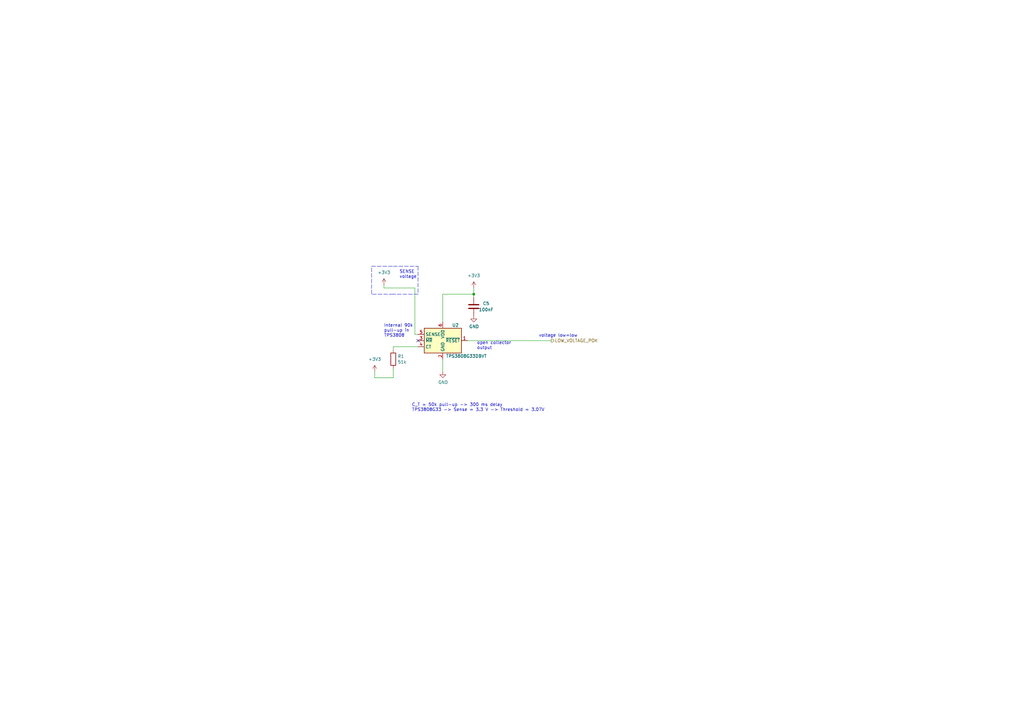
<source format=kicad_sch>
(kicad_sch (version 20211123) (generator eeschema)
  (paper "A3")
  (title_block (title "RTM_Template") (date "2022-09-07") (rev "1.0") (company "Karlsruhe Institute of Technology (KIT)") (comment 1 "Institute for Data Processing and Electronics (IPE)") (comment 2 "Carsten Schmerbeck") (comment 3 "Luis Ardila") (comment 4 "Licensed under CERN-OHL-P v2"))
  (lib_symbols
    (symbol "Device:C" (pin_numbers hide) (pin_names (offset 0.254))
      (property "Reference" "C" (at 0.635 2.54 0))
      (property "Value" "C" (at 0.635 -2.54 0))
      (symbol "C_0_1"
        (polyline (pts (xy -2.032 -0.762) (xy 2.032 -0.762)) (stroke (width 0.508)))
        (polyline (pts (xy -2.032 0.762) (xy 2.032 0.762)) (stroke (width 0.508)))
      )
      (symbol "C_1_1"
        (pin passive line (at 0 3.81 270) (length 2.794) (name "~") (number "1"))
        (pin passive line (at 0 -3.81 90) (length 2.794) (name "~") (number "2"))
      )
    )
    (symbol "Device:R" (pin_numbers hide) (pin_names (offset 0))
      (property "Reference" "R" (at 2.032 0 90))
      (property "Value" "R" (at 0 0 90))
      (symbol "R_0_1"
        (rectangle (start -1.016 -2.54) (end 1.016 2.54) (stroke (width 0.254)))
      )
      (symbol "R_1_1"
        (pin passive line (at 0 3.81 270) (length 1.27) (name "~") (number "1"))
        (pin passive line (at 0 -3.81 90) (length 1.27) (name "~") (number "2"))
      )
    )
    (symbol "KIT_Power_Supervisor:TPS3808DBV"
      (property "Reference" "U" (at 0 8.89 0))
      (property "Value" "TPS3808DBV" (at 0 6.35 0))
      (symbol "TPS3808DBV_0_1"
        (rectangle (start -7.62 5.08) (end 7.62 -5.08) (stroke (width 0.254)) (fill (type background)))
      )
      (symbol "TPS3808DBV_1_1"
        (pin open_collector line (at 10.16 0 180) (length 2.54) (name "~{RESET}") (number "1"))
        (pin power_in line (at 0 -7.62 90) (length 2.54) (name "GND") (number "2"))
        (pin input line (at -10.16 0 0) (length 2.54) (name "~{MR}") (number "3"))
        (pin input line (at -10.16 -2.54 0) (length 2.54) (name "CT") (number "4"))
        (pin input line (at -10.16 2.54 0) (length 2.54) (name "SENSE") (number "5"))
        (pin power_in line (at 0 7.62 270) (length 2.54) (name "VDD") (number "6"))
      )
    )
    (symbol "power:+3V3" (power) (pin_names (offset 0))
      (property "Value" "+3V3" (at 0 3.556 0))
      (symbol "+3V3_0_1"
        (polyline (pts (xy -0.762 1.27) (xy 0 2.54)))
        (polyline (pts (xy 0 0) (xy 0 2.54)))
        (polyline (pts (xy 0 2.54) (xy 0.762 1.27)))
      )
      (symbol "+3V3_1_1"
        (pin power_in line (at 0 0 90) (length 0) hide (name "+3V3") (number "1"))
      )
    )
    (symbol "power:GND" (power) (pin_names (offset 0))
      (property "Value" "GND" (at 0 -3.81 0))
      (symbol "GND_0_1"
        (polyline (pts (xy 0 0) (xy 0 -1.27) (xy 1.27 -1.27) (xy 0 -2.54) (xy -1.27 -1.27) (xy 0 -1.27)))
      )
      (symbol "GND_1_1"
        (pin power_in line (at 0 0 270) (length 0) hide (name "GND") (number "1"))
      )
    )
  )
  (junction (at 194.31 120.65))
  (no_connect (at 171.45 139.7))
  (polyline (pts (xy 161.29 120.65) (xy 152.4 120.65)))
  (polyline (pts (xy 171.45 120.65) (xy 161.29 120.65)))
  (wire (pts (xy 157.48 116.84) (xy 157.48 118.11)))
  (wire (pts (xy 194.31 120.65) (xy 181.61 120.65)))
  (wire (pts (xy 194.31 118.11) (xy 194.31 120.65)))
  (polyline (pts (xy 152.4 109.22) (xy 161.29 109.22)))
  (wire (pts (xy 181.61 147.32) (xy 181.61 152.4)))
  (polyline (pts (xy 152.4 120.65) (xy 152.4 109.22)))
  (wire (pts (xy 181.61 120.65) (xy 181.61 132.08)))
  (wire (pts (xy 161.29 143.51) (xy 161.29 142.24)))
  (wire (pts (xy 170.18 118.11) (xy 170.18 137.16)))
  (wire (pts (xy 153.67 152.4) (xy 153.67 154.94)))
  (wire (pts (xy 161.29 154.94) (xy 161.29 151.13)))
  (polyline (pts (xy 161.29 109.22) (xy 171.45 109.22)))
  (wire (pts (xy 170.18 137.16) (xy 171.45 137.16)))
  (wire (pts (xy 191.77 139.7) (xy 226.06 139.7)))
  (wire (pts (xy 153.67 154.94) (xy 161.29 154.94)))
  (wire (pts (xy 194.31 121.92) (xy 194.31 120.65)))
  (polyline (pts (xy 171.45 109.22) (xy 171.45 120.65)))
  (wire (pts (xy 157.48 118.11) (xy 170.18 118.11)))
  (wire (pts (xy 161.29 142.24) (xy 171.45 142.24)))
  (text "voltage low=low" (at 220.98 138.43 0) (effects (font (size 1.27 1.27)) (justify left bottom)))
  (text "SENSE\nvoltage" (at 163.83 114.3 0) (effects (font (size 1.27 1.27)) (justify left bottom)))
  (text "open collector\noutput" (at 195.58 143.51 0) (effects (font (size 1.27 1.27)) (justify left bottom)))
  (text "C_T = 50k pull-up -> 300 ms delay\nTPS3808G33 -> Sense = 3.3 V -> Threshold = 3.07V" (at 168.91 168.91 0) (effects (font (size 1.27 1.27)) (justify left bottom)))
  (text "Internal 90k \npull-up in \nTPS3808" (at 157.48 138.43 0) (effects (font (size 1.27 1.27)) (justify left bottom)))
  (hierarchical_label "LOW_VOLTAGE_POK" (shape output) (at 226.06 139.7 0))
  (symbol (lib_id "power:GND") (at 194.31 129.54 0) (unit 1)
    (property "Reference" "#PWR015" (effects hide))
    (property "Value" "GND" (at 194.437 133.9342 0))
  )
  (symbol (lib_id "power:+3V3") (at 153.67 152.4 0) (unit 1)
    (property "Reference" "#PWR011" (effects hide))
    (property "Value" "+3V3" (at 153.67 147.32 0))
  )
  (symbol (lib_id "power:GND") (at 181.61 152.4 0) (unit 1)
    (property "Reference" "#PWR013" (effects hide))
    (property "Value" "GND" (at 181.737 156.7942 0))
  )
  (symbol (lib_id "Device:C") (at 194.31 125.73 0) (mirror y) (unit 1)
    (property "Reference" "C5" (at 199.39 124.46 0))
    (property "Value" "100nF" (at 199.39 127 0))
    (property "Footprint" "Capacitor_SMD:C_0402_1005Metric" (effects hide))
    (property "voltage" "25 V" (effects hide))
    (property "stock" "AVT-IPE" (effects hide))
  )
  (symbol (lib_id "power:+3V3") (at 194.31 118.11 0) (unit 1)
    (property "Reference" "#PWR014" (effects hide))
    (property "Value" "+3V3" (at 194.31 113.03 0))
  )
  (symbol (lib_id "KIT_Power_Supervisor:TPS3808DBV") (at 181.61 139.7 0) (unit 1)
    (property "Reference" "U2" (at 185.42 133.35 0) (effects (justify left)))
    (property "Value" "TPS3808G33DBVT" (at 182.88 146.05 0) (effects (justify left)))
    (property "Footprint" "Package_TO_SOT_SMD:SOT-23-6" (effects hide))
    (property "Datasheet" "http://www.ti.com/lit/ds/symlink/tps3808.pdf" (effects hide))
    (property "manf" "Texas Instruments" (effects hide))
    (property "manf#" "TPS3808G33DBVT" (effects hide))
    (property "ti#" "TPS3808G33DBVT" (effects hide))
  )
  (symbol (lib_id "Device:R") (at 161.29 147.32 0) (unit 1)
    (property "Reference" "R1" (at 163.068 146.1516 0) (effects (justify left)))
    (property "Value" "51k" (at 163.068 148.463 0) (effects (justify left)))
    (property "Footprint" "Resistor_SMD:R_0402_1005Metric" (effects hide))
    (property "stock" "AVT-IPE" (effects hide))
    (property "digikey#" "RMCF0402FT51K0CT-ND" (effects hide))
    (property "manf" "Stackpole" (effects hide))
    (property "manf#" "RMCF0402FT51K0CT-ND" (effects hide))
  )
  (symbol (lib_id "power:+3V3") (at 157.48 116.84 0) (unit 1)
    (property "Reference" "#PWR012" (effects hide))
    (property "Value" "+3V3" (at 157.48 111.76 0))
  )
)
</source>
